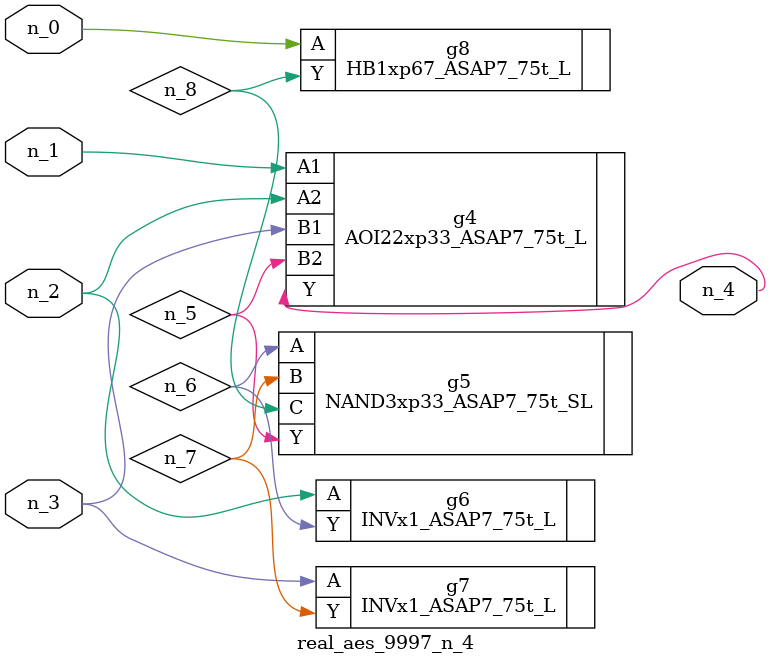
<source format=v>
module real_aes_9997_n_4 (n_0, n_3, n_2, n_1, n_4);
input n_0;
input n_3;
input n_2;
input n_1;
output n_4;
wire n_5;
wire n_7;
wire n_8;
wire n_6;
HB1xp67_ASAP7_75t_L g8 ( .A(n_0), .Y(n_8) );
AOI22xp33_ASAP7_75t_L g4 ( .A1(n_1), .A2(n_2), .B1(n_3), .B2(n_5), .Y(n_4) );
INVx1_ASAP7_75t_L g6 ( .A(n_2), .Y(n_6) );
INVx1_ASAP7_75t_L g7 ( .A(n_3), .Y(n_7) );
NAND3xp33_ASAP7_75t_SL g5 ( .A(n_6), .B(n_7), .C(n_8), .Y(n_5) );
endmodule
</source>
